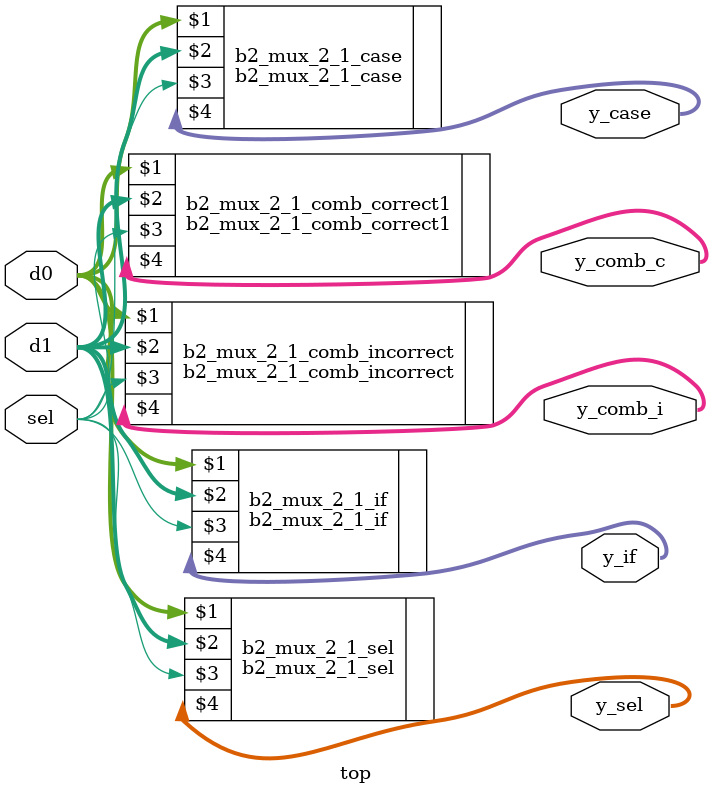
<source format=v>
`timescale 1ns / 1ps


module top(
    input [1:0] d0,
    input [1:0] d1,
    input sel,
    output [1:0] y_comb_c,
    output [1:0] y_comb_i,
    output [1:0] y_sel,
    output [1:0] y_if,
    output [1:0] y_case
    );
    
    b2_mux_2_1_comb_correct1 b2_mux_2_1_comb_correct1 (d0, d1, sel, y_comb_c);
    b2_mux_2_1_comb_incorrect b2_mux_2_1_comb_incorrect (d0, d1, sel, y_comb_i);
    b2_mux_2_1_sel b2_mux_2_1_sel (d0, d1, sel, y_sel);
    b2_mux_2_1_if b2_mux_2_1_if (d0, d1, sel, y_if);
    b2_mux_2_1_case b2_mux_2_1_case (d0, d1, sel, y_case);
endmodule

</source>
